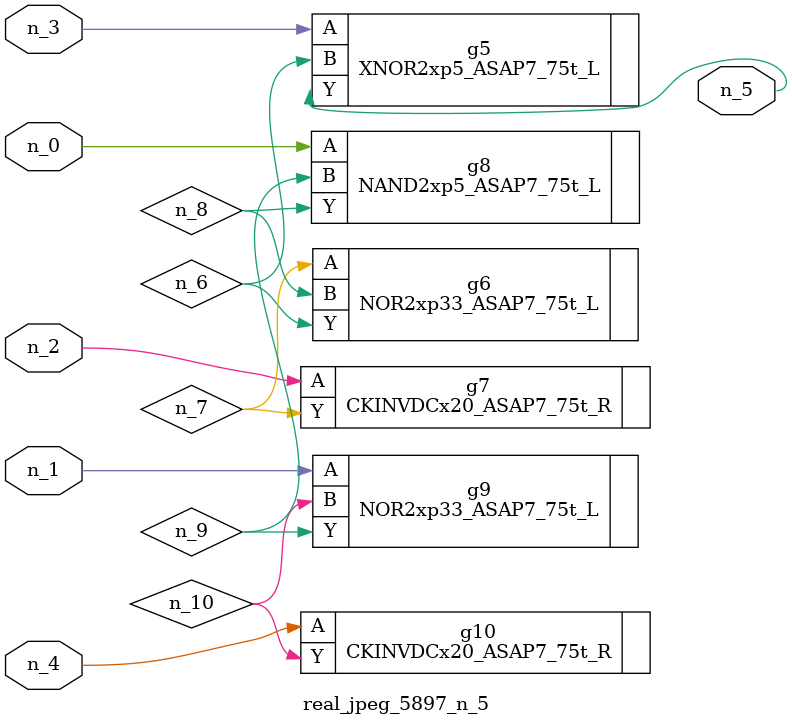
<source format=v>
module real_jpeg_5897_n_5 (n_4, n_0, n_1, n_2, n_3, n_5);

input n_4;
input n_0;
input n_1;
input n_2;
input n_3;

output n_5;

wire n_8;
wire n_6;
wire n_7;
wire n_10;
wire n_9;

NAND2xp5_ASAP7_75t_L g8 ( 
.A(n_0),
.B(n_9),
.Y(n_8)
);

NOR2xp33_ASAP7_75t_L g9 ( 
.A(n_1),
.B(n_10),
.Y(n_9)
);

CKINVDCx20_ASAP7_75t_R g7 ( 
.A(n_2),
.Y(n_7)
);

XNOR2xp5_ASAP7_75t_L g5 ( 
.A(n_3),
.B(n_6),
.Y(n_5)
);

CKINVDCx20_ASAP7_75t_R g10 ( 
.A(n_4),
.Y(n_10)
);

NOR2xp33_ASAP7_75t_L g6 ( 
.A(n_7),
.B(n_8),
.Y(n_6)
);


endmodule
</source>
